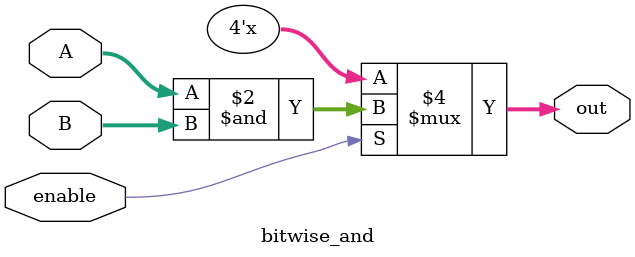
<source format=v>
`timescale 1ns / 1ps


module bitwise_and (input enable, output reg [3:0] out, input [3:0] A, B);
always@(enable, A, B)
begin 
    out = 4'bxxxx;
    if(enable)
        out = A&B;
end
endmodule

</source>
